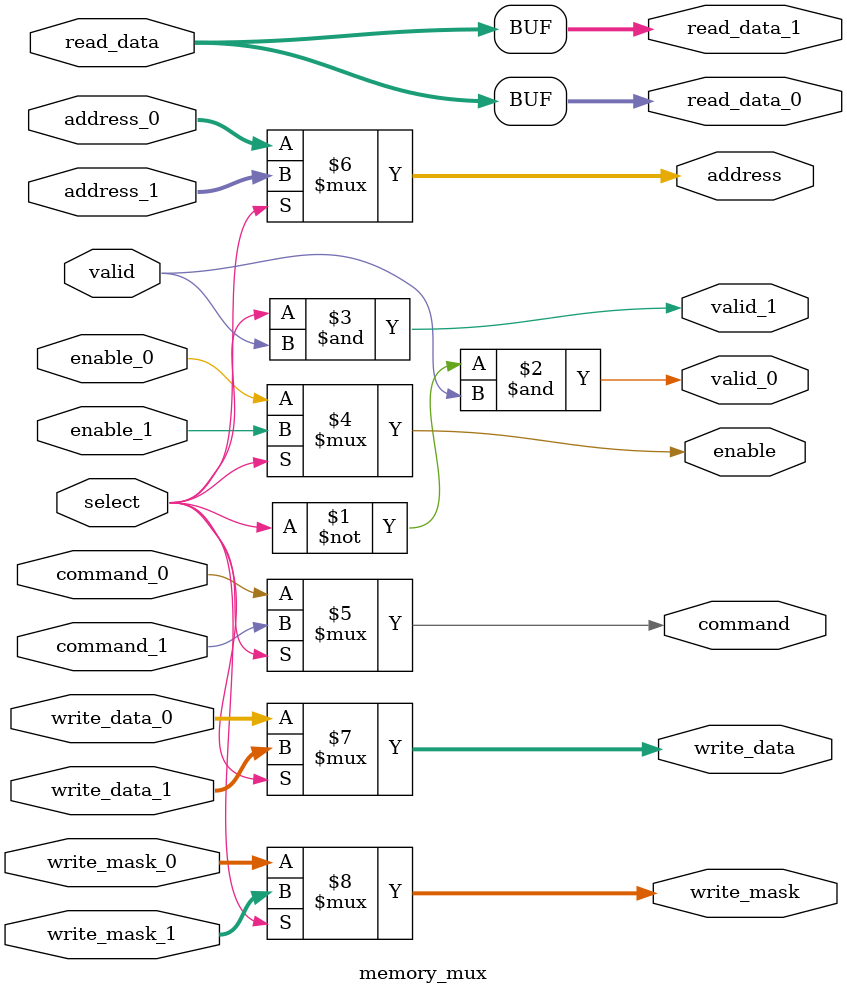
<source format=v>
module memory_mux(	// file.cleaned.mlir:2:3
  input         select,	// file.cleaned.mlir:2:28
                enable_0,	// file.cleaned.mlir:2:45
                command_0,	// file.cleaned.mlir:2:64
  input  [31:0] address_0,	// file.cleaned.mlir:2:84
                write_data_0,	// file.cleaned.mlir:2:105
  input  [3:0]  write_mask_0,	// file.cleaned.mlir:2:129
  input         enable_1,	// file.cleaned.mlir:2:152
                command_1,	// file.cleaned.mlir:2:171
  input  [31:0] address_1,	// file.cleaned.mlir:2:191
                write_data_1,	// file.cleaned.mlir:2:212
  input  [3:0]  write_mask_1,	// file.cleaned.mlir:2:236
  input  [31:0] read_data,	// file.cleaned.mlir:2:259
  input         valid,	// file.cleaned.mlir:2:280
  output [31:0] read_data_0,	// file.cleaned.mlir:2:297
  output        valid_0,	// file.cleaned.mlir:2:320
  output [31:0] read_data_1,	// file.cleaned.mlir:2:338
  output        valid_1,	// file.cleaned.mlir:2:361
                enable,	// file.cleaned.mlir:2:379
                command,	// file.cleaned.mlir:2:396
  output [31:0] address,	// file.cleaned.mlir:2:414
                write_data,	// file.cleaned.mlir:2:433
  output [3:0]  write_mask	// file.cleaned.mlir:2:455
);

  assign read_data_0 = read_data;	// file.cleaned.mlir:12:5
  assign valid_0 = ~select & valid;	// file.cleaned.mlir:10:10, :11:10, :12:5
  assign read_data_1 = read_data;	// file.cleaned.mlir:12:5
  assign valid_1 = select & valid;	// file.cleaned.mlir:9:10, :12:5
  assign enable = select ? enable_1 : enable_0;	// file.cleaned.mlir:4:10, :12:5
  assign command = select ? command_1 : command_0;	// file.cleaned.mlir:5:10, :12:5
  assign address = select ? address_1 : address_0;	// file.cleaned.mlir:6:10, :12:5
  assign write_data = select ? write_data_1 : write_data_0;	// file.cleaned.mlir:7:10, :12:5
  assign write_mask = select ? write_mask_1 : write_mask_0;	// file.cleaned.mlir:8:10, :12:5
endmodule


</source>
